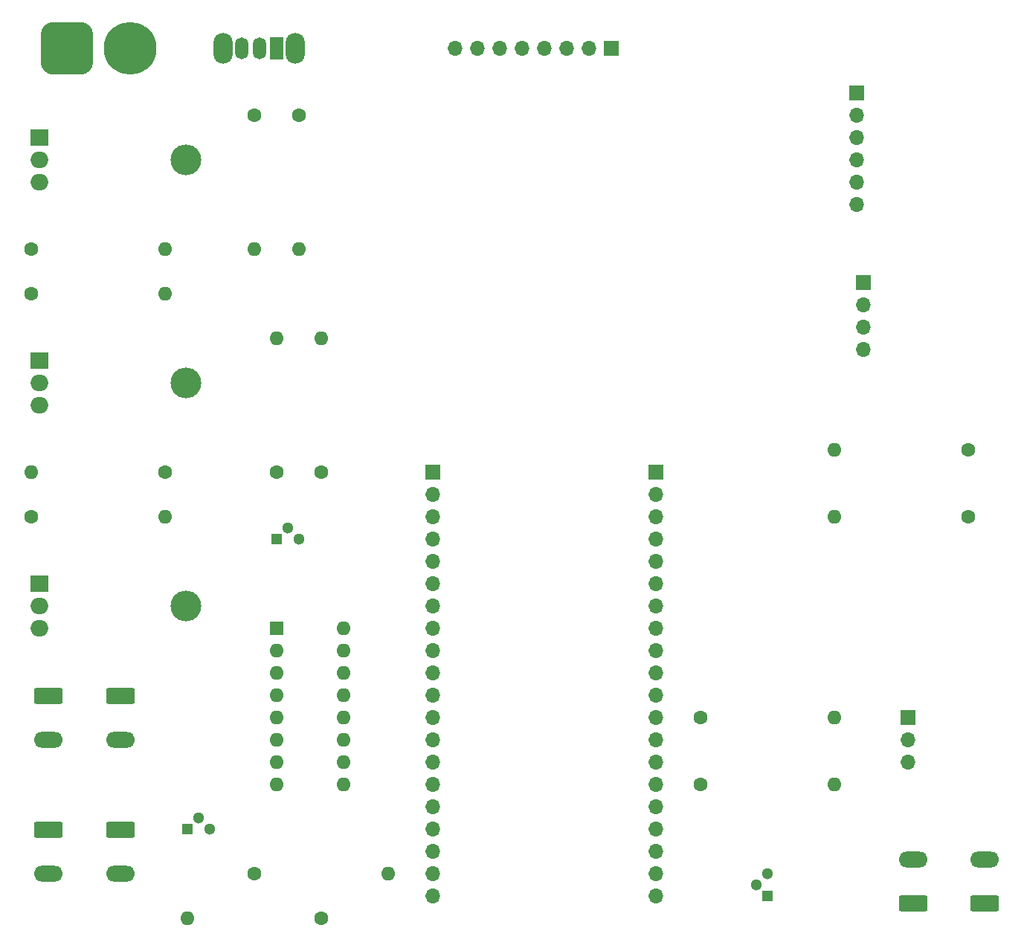
<source format=gbr>
%TF.GenerationSoftware,KiCad,Pcbnew,7.0.9-7.0.9~ubuntu22.04.1*%
%TF.CreationDate,2024-01-11T12:11:02+01:00*%
%TF.ProjectId,circuit,63697263-7569-4742-9e6b-696361645f70,rev?*%
%TF.SameCoordinates,Original*%
%TF.FileFunction,Soldermask,Top*%
%TF.FilePolarity,Negative*%
%FSLAX46Y46*%
G04 Gerber Fmt 4.6, Leading zero omitted, Abs format (unit mm)*
G04 Created by KiCad (PCBNEW 7.0.9-7.0.9~ubuntu22.04.1) date 2024-01-11 12:11:02*
%MOMM*%
%LPD*%
G01*
G04 APERTURE LIST*
G04 Aperture macros list*
%AMRoundRect*
0 Rectangle with rounded corners*
0 $1 Rounding radius*
0 $2 $3 $4 $5 $6 $7 $8 $9 X,Y pos of 4 corners*
0 Add a 4 corners polygon primitive as box body*
4,1,4,$2,$3,$4,$5,$6,$7,$8,$9,$2,$3,0*
0 Add four circle primitives for the rounded corners*
1,1,$1+$1,$2,$3*
1,1,$1+$1,$4,$5*
1,1,$1+$1,$6,$7*
1,1,$1+$1,$8,$9*
0 Add four rect primitives between the rounded corners*
20,1,$1+$1,$2,$3,$4,$5,0*
20,1,$1+$1,$4,$5,$6,$7,0*
20,1,$1+$1,$6,$7,$8,$9,0*
20,1,$1+$1,$8,$9,$2,$3,0*%
G04 Aperture macros list end*
%ADD10C,1.600000*%
%ADD11O,1.600000X1.600000*%
%ADD12R,1.600000X1.600000*%
%ADD13R,1.300000X1.300000*%
%ADD14C,1.300000*%
%ADD15O,3.500000X3.500000*%
%ADD16R,2.000000X1.905000*%
%ADD17O,2.000000X1.905000*%
%ADD18RoundRect,0.250000X-1.400000X0.650000X-1.400000X-0.650000X1.400000X-0.650000X1.400000X0.650000X0*%
%ADD19O,3.300000X1.800000*%
%ADD20R,1.700000X1.700000*%
%ADD21O,1.700000X1.700000*%
%ADD22RoundRect,1.500000X-1.500000X-1.500000X1.500000X-1.500000X1.500000X1.500000X-1.500000X1.500000X0*%
%ADD23C,6.000000*%
%ADD24O,2.200000X3.500000*%
%ADD25R,1.500000X2.500000*%
%ADD26O,1.500000X2.500000*%
%ADD27RoundRect,0.250000X1.400000X-0.650000X1.400000X0.650000X-1.400000X0.650000X-1.400000X-0.650000X0*%
G04 APERTURE END LIST*
D10*
%TO.C,R7*%
X111760000Y-50800000D03*
D11*
X111760000Y-66040000D03*
%TD*%
D10*
%TO.C,R14*%
X81280000Y-66040000D03*
D11*
X96520000Y-66040000D03*
%TD*%
D10*
%TO.C,R3*%
X157480000Y-127000000D03*
D11*
X172720000Y-127000000D03*
%TD*%
D10*
%TO.C,R8*%
X106680000Y-50800000D03*
D11*
X106680000Y-66040000D03*
%TD*%
D10*
%TO.C,R5*%
X157480000Y-119380000D03*
D11*
X172720000Y-119380000D03*
%TD*%
D10*
%TO.C,R1*%
X81280000Y-96520000D03*
D11*
X96520000Y-96520000D03*
%TD*%
D12*
%TO.C,U2*%
X109220000Y-109220000D03*
D11*
X109220000Y-111760000D03*
X109220000Y-114300000D03*
X109220000Y-116840000D03*
X109220000Y-119380000D03*
X109220000Y-121920000D03*
X109220000Y-124460000D03*
X109220000Y-127000000D03*
X116840000Y-127000000D03*
X116840000Y-124460000D03*
X116840000Y-121920000D03*
X116840000Y-119380000D03*
X116840000Y-116840000D03*
X116840000Y-114300000D03*
X116840000Y-111760000D03*
X116840000Y-109220000D03*
%TD*%
D10*
%TO.C,R10*%
X187960000Y-96520000D03*
D11*
X172720000Y-96520000D03*
%TD*%
D10*
%TO.C,R12*%
X109220000Y-91440000D03*
D11*
X109220000Y-76200000D03*
%TD*%
D13*
%TO.C,Q4*%
X109220000Y-99060000D03*
D14*
X110490000Y-97790000D03*
X111760000Y-99060000D03*
%TD*%
D15*
%TO.C,U4*%
X98870000Y-106680000D03*
D16*
X82210000Y-104140000D03*
D17*
X82210000Y-106680000D03*
X82210000Y-109220000D03*
%TD*%
D18*
%TO.C,M1*%
X91440000Y-116920000D03*
X83240000Y-116920000D03*
D19*
X91440000Y-121920000D03*
X83240000Y-121920000D03*
%TD*%
D10*
%TO.C,R13*%
X81280000Y-71120000D03*
D11*
X96520000Y-71120000D03*
%TD*%
D20*
%TO.C,J3*%
X175965000Y-69860000D03*
D21*
X175965000Y-72400000D03*
X175965000Y-74940000D03*
X175965000Y-77480000D03*
%TD*%
D10*
%TO.C,R2*%
X96520000Y-91440000D03*
D11*
X81280000Y-91440000D03*
%TD*%
D15*
%TO.C,U3*%
X98870000Y-81280000D03*
D16*
X82210000Y-78740000D03*
D17*
X82210000Y-81280000D03*
X82210000Y-83820000D03*
%TD*%
D13*
%TO.C,Q1*%
X165100000Y-139700000D03*
D14*
X163830000Y-138430000D03*
X165100000Y-137160000D03*
%TD*%
D15*
%TO.C,U5*%
X98870000Y-55880000D03*
D16*
X82210000Y-53340000D03*
D17*
X82210000Y-55880000D03*
X82210000Y-58420000D03*
%TD*%
D22*
%TO.C,BT1*%
X85300000Y-43180000D03*
D23*
X92500000Y-43180000D03*
%TD*%
D21*
%TO.C,U1*%
X152400000Y-139700000D03*
D20*
X127000000Y-91440000D03*
D21*
X127000000Y-96520000D03*
X127000000Y-99060000D03*
X127000000Y-101600000D03*
X127000000Y-104140000D03*
X127000000Y-106680000D03*
X127000000Y-109220000D03*
X127000000Y-111760000D03*
X127000000Y-114300000D03*
X127000000Y-116840000D03*
X127000000Y-119380000D03*
X127000000Y-121920000D03*
X127000000Y-124460000D03*
X127000000Y-127000000D03*
X127000000Y-129540000D03*
X127000000Y-132080000D03*
X127000000Y-134620000D03*
X127000000Y-137160000D03*
X127000000Y-139700000D03*
X152400000Y-137160000D03*
X152400000Y-134620000D03*
X152400000Y-132080000D03*
X152400000Y-129540000D03*
X152400000Y-127000000D03*
X152400000Y-124460000D03*
X152400000Y-121920000D03*
X152400000Y-119380000D03*
X152400000Y-116840000D03*
X152400000Y-114300000D03*
X152400000Y-111760000D03*
X152400000Y-109220000D03*
X152400000Y-106680000D03*
X152400000Y-104140000D03*
X152400000Y-101600000D03*
X152400000Y-99060000D03*
X152400000Y-96520000D03*
X152400000Y-93980000D03*
D20*
X152400000Y-91440000D03*
D21*
X127000000Y-93980000D03*
%TD*%
D18*
%TO.C,D3*%
X91440000Y-132160000D03*
X83240000Y-132160000D03*
D19*
X91440000Y-137160000D03*
X83240000Y-137160000D03*
%TD*%
D24*
%TO.C,SW2*%
X111320000Y-43180000D03*
X103120000Y-43180000D03*
D25*
X109220000Y-43180000D03*
D26*
X107220000Y-43180000D03*
X105220000Y-43180000D03*
%TD*%
D20*
%TO.C,M2*%
X181045000Y-119395000D03*
D21*
X181045000Y-121935000D03*
X181045000Y-124475000D03*
%TD*%
D20*
%TO.C,J1*%
X147320000Y-43180000D03*
D21*
X144780000Y-43180000D03*
X142240000Y-43180000D03*
X139700000Y-43180000D03*
X137160000Y-43180000D03*
X134620000Y-43180000D03*
X132080000Y-43180000D03*
X129540000Y-43180000D03*
%TD*%
D10*
%TO.C,R11*%
X114300000Y-91440000D03*
D11*
X114300000Y-76200000D03*
%TD*%
D10*
%TO.C,R4*%
X114300000Y-142240000D03*
D11*
X99060000Y-142240000D03*
%TD*%
D13*
%TO.C,Q2*%
X99060000Y-132080000D03*
D14*
X100330000Y-130810000D03*
X101600000Y-132080000D03*
%TD*%
D10*
%TO.C,R9*%
X187960000Y-88900000D03*
D11*
X172720000Y-88900000D03*
%TD*%
D27*
%TO.C,D1*%
X181642500Y-140560000D03*
X189842500Y-140560000D03*
D19*
X181642500Y-135560000D03*
X189842500Y-135560000D03*
%TD*%
D10*
%TO.C,R6*%
X106680000Y-137160000D03*
D11*
X121920000Y-137160000D03*
%TD*%
D20*
%TO.C,J2*%
X175260000Y-48260000D03*
D21*
X175260000Y-50800000D03*
X175260000Y-53340000D03*
X175260000Y-55880000D03*
X175260000Y-58420000D03*
X175260000Y-60960000D03*
%TD*%
M02*

</source>
